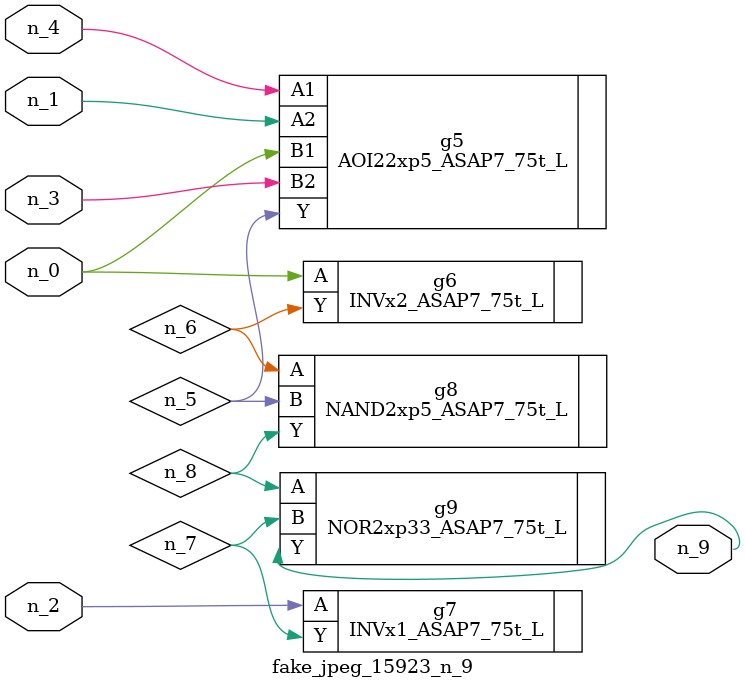
<source format=v>
module fake_jpeg_15923_n_9 (n_3, n_2, n_1, n_0, n_4, n_9);

input n_3;
input n_2;
input n_1;
input n_0;
input n_4;

output n_9;

wire n_8;
wire n_6;
wire n_5;
wire n_7;

AOI22xp5_ASAP7_75t_L g5 ( 
.A1(n_4),
.A2(n_1),
.B1(n_0),
.B2(n_3),
.Y(n_5)
);

INVx2_ASAP7_75t_L g6 ( 
.A(n_0),
.Y(n_6)
);

INVx1_ASAP7_75t_L g7 ( 
.A(n_2),
.Y(n_7)
);

NAND2xp5_ASAP7_75t_L g8 ( 
.A(n_6),
.B(n_5),
.Y(n_8)
);

NOR2xp33_ASAP7_75t_L g9 ( 
.A(n_8),
.B(n_7),
.Y(n_9)
);


endmodule
</source>
